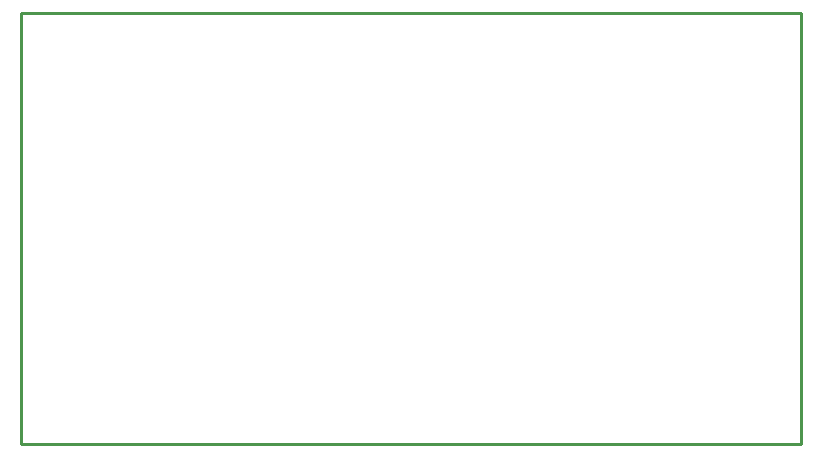
<source format=gbr>
G04 EAGLE Gerber RS-274X export*
G75*
%MOMM*%
%FSLAX34Y34*%
%LPD*%
%IN*%
%IPPOS*%
%AMOC8*
5,1,8,0,0,1.08239X$1,22.5*%
G01*
%ADD10C,0.254000*%


D10*
X0Y0D02*
X660200Y0D01*
X660200Y365000D01*
X0Y365000D01*
X0Y0D01*
M02*

</source>
